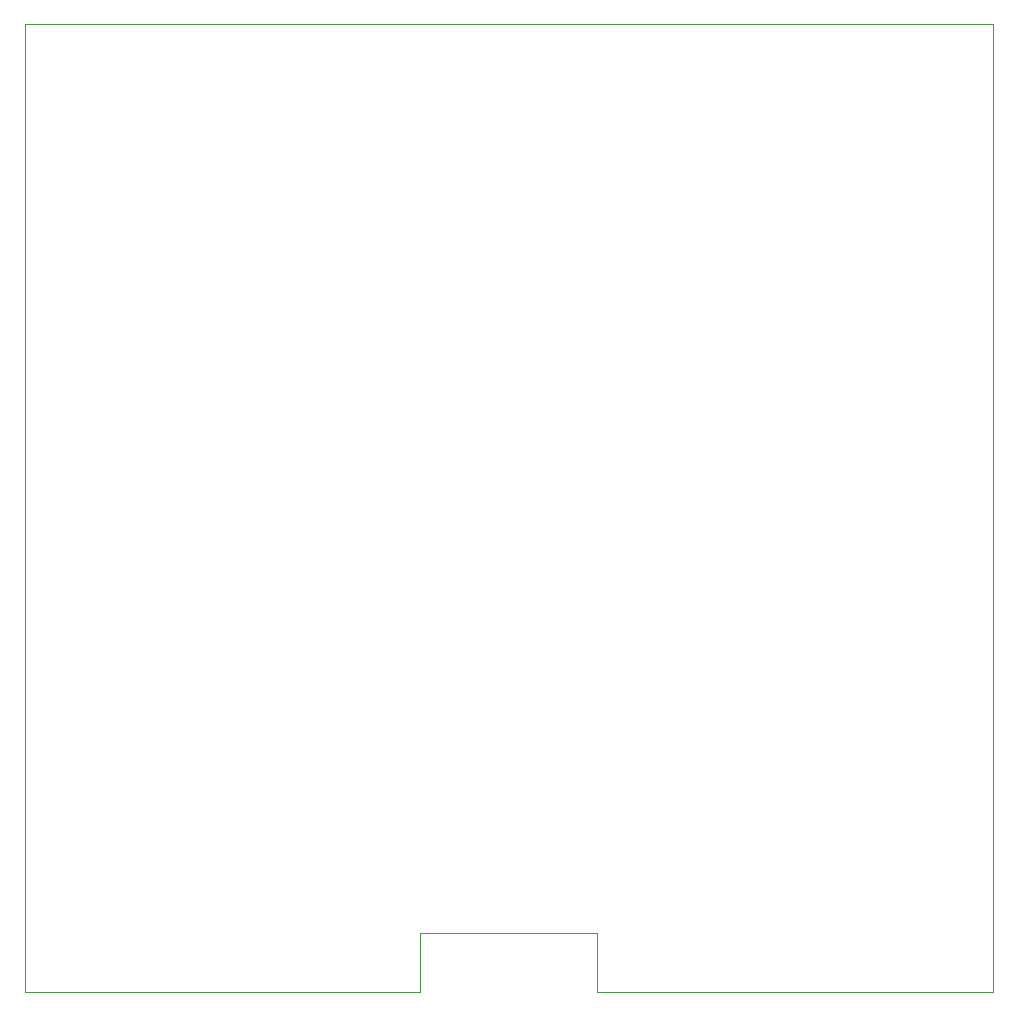
<source format=gbr>
G04 #@! TF.GenerationSoftware,KiCad,Pcbnew,(6.0.1)*
G04 #@! TF.CreationDate,2022-05-21T23:11:01-04:00*
G04 #@! TF.ProjectId,payload2020_papa_board,7061796c-6f61-4643-9230-32305f706170,rev?*
G04 #@! TF.SameCoordinates,Original*
G04 #@! TF.FileFunction,Profile,NP*
%FSLAX46Y46*%
G04 Gerber Fmt 4.6, Leading zero omitted, Abs format (unit mm)*
G04 Created by KiCad (PCBNEW (6.0.1)) date 2022-05-21 23:11:01*
%MOMM*%
%LPD*%
G01*
G04 APERTURE LIST*
G04 #@! TA.AperFunction,Profile*
%ADD10C,0.050000*%
G04 #@! TD*
G04 APERTURE END LIST*
D10*
X33500000Y-77020000D02*
X48500000Y-77020000D01*
X33500000Y-77020000D02*
X33500000Y-82020000D01*
X48500000Y-77020000D02*
X48500000Y-82020000D01*
X48500000Y-82020000D02*
X82000000Y-82020000D01*
X0Y-20000D02*
X82000000Y-20000D01*
X82000000Y-20000D02*
X82000000Y-82020000D01*
X33500000Y-82020000D02*
X0Y-82020000D01*
X0Y-82020000D02*
X0Y-20000D01*
M02*

</source>
